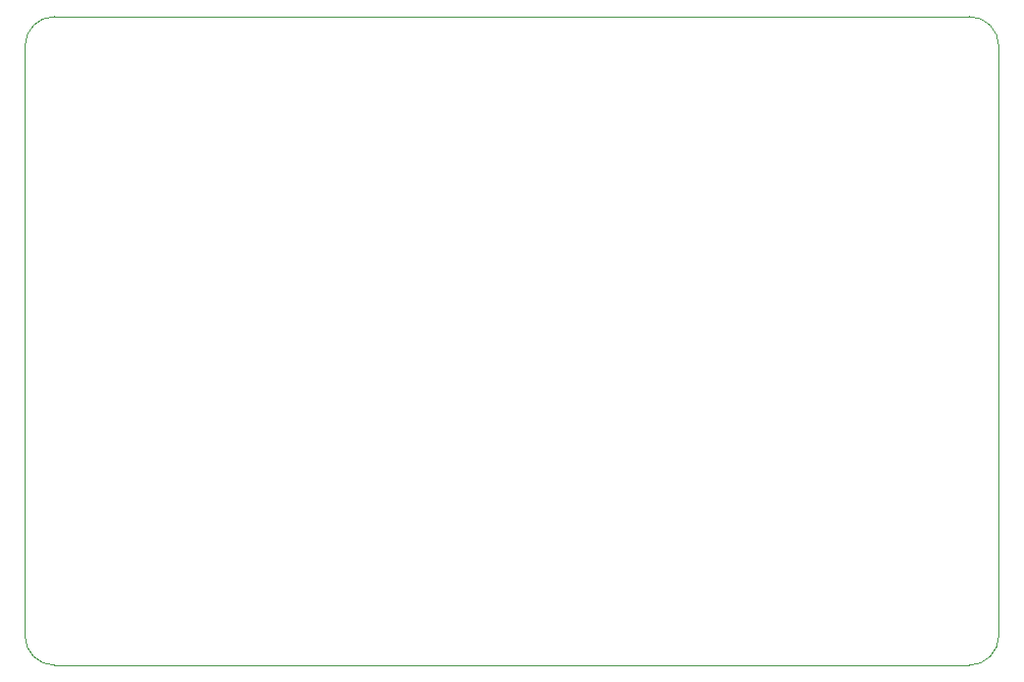
<source format=gbr>
G04 #@! TF.GenerationSoftware,KiCad,Pcbnew,(5.1.2)-1*
G04 #@! TF.CreationDate,2019-07-26T16:38:25-05:00*
G04 #@! TF.ProjectId,Austin_Christman_BIZ_Card,41757374-696e-45f4-9368-726973746d61,rev?*
G04 #@! TF.SameCoordinates,Original*
G04 #@! TF.FileFunction,Profile,NP*
%FSLAX46Y46*%
G04 Gerber Fmt 4.6, Leading zero omitted, Abs format (unit mm)*
G04 Created by KiCad (PCBNEW (5.1.2)-1) date 2019-07-26 16:38:25*
%MOMM*%
%LPD*%
G04 APERTURE LIST*
%ADD10C,0.100000*%
G04 APERTURE END LIST*
D10*
X106934000Y-72136000D02*
G75*
G02X109474000Y-69596000I2540000J0D01*
G01*
X109474000Y-125476000D02*
G75*
G02X106934000Y-122936000I0J2540000D01*
G01*
X190754000Y-122936000D02*
G75*
G02X188214000Y-125476000I-2540000J0D01*
G01*
X188214000Y-69596000D02*
G75*
G02X190754000Y-72136000I0J-2540000D01*
G01*
X106934000Y-122936000D02*
X106934000Y-72136000D01*
X188214000Y-125476000D02*
X109474000Y-125476000D01*
X190754000Y-72136000D02*
X190754000Y-122936000D01*
X109474000Y-69596000D02*
X188214000Y-69596000D01*
M02*

</source>
